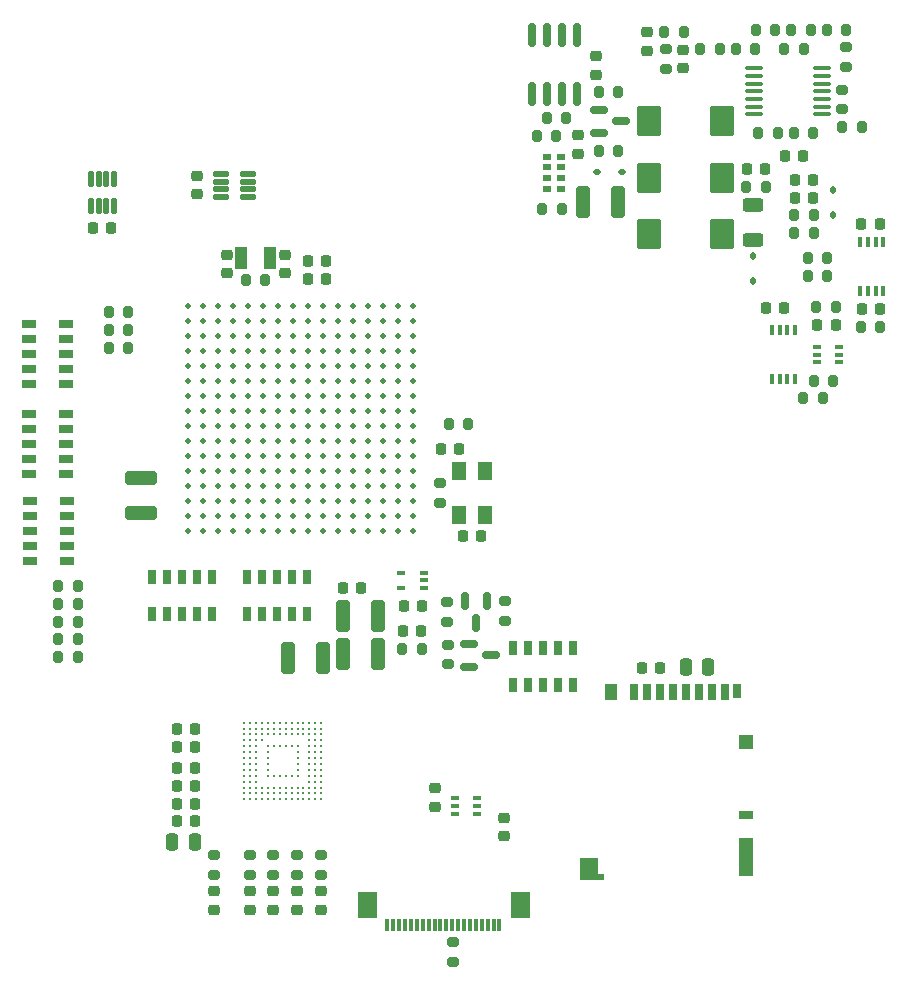
<source format=gtp>
G04 #@! TF.GenerationSoftware,KiCad,Pcbnew,7.0.10*
G04 #@! TF.CreationDate,2024-03-15T14:45:30-06:00*
G04 #@! TF.ProjectId,oresat-c3,6f726573-6174-42d6-9333-2e6b69636164,rev?*
G04 #@! TF.SameCoordinates,Original*
G04 #@! TF.FileFunction,Paste,Top*
G04 #@! TF.FilePolarity,Positive*
%FSLAX46Y46*%
G04 Gerber Fmt 4.6, Leading zero omitted, Abs format (unit mm)*
G04 Created by KiCad (PCBNEW 7.0.10) date 2024-03-15 14:45:30*
%MOMM*%
%LPD*%
G01*
G04 APERTURE LIST*
G04 Aperture macros list*
%AMRoundRect*
0 Rectangle with rounded corners*
0 $1 Rounding radius*
0 $2 $3 $4 $5 $6 $7 $8 $9 X,Y pos of 4 corners*
0 Add a 4 corners polygon primitive as box body*
4,1,4,$2,$3,$4,$5,$6,$7,$8,$9,$2,$3,0*
0 Add four circle primitives for the rounded corners*
1,1,$1+$1,$2,$3*
1,1,$1+$1,$4,$5*
1,1,$1+$1,$6,$7*
1,1,$1+$1,$8,$9*
0 Add four rect primitives between the rounded corners*
20,1,$1+$1,$2,$3,$4,$5,0*
20,1,$1+$1,$4,$5,$6,$7,0*
20,1,$1+$1,$6,$7,$8,$9,0*
20,1,$1+$1,$8,$9,$2,$3,0*%
%AMRotRect*
0 Rectangle, with rotation*
0 The origin of the aperture is its center*
0 $1 length*
0 $2 width*
0 $3 Rotation angle, in degrees counterclockwise*
0 Add horizontal line*
21,1,$1,$2,0,0,$3*%
G04 Aperture macros list end*
%ADD10R,0.711200X1.270000*%
%ADD11RoundRect,0.218750X0.256250X-0.218750X0.256250X0.218750X-0.256250X0.218750X-0.256250X-0.218750X0*%
%ADD12RoundRect,0.200000X0.275000X-0.200000X0.275000X0.200000X-0.275000X0.200000X-0.275000X-0.200000X0*%
%ADD13RoundRect,0.225000X0.225000X0.250000X-0.225000X0.250000X-0.225000X-0.250000X0.225000X-0.250000X0*%
%ADD14R,0.420000X0.900000*%
%ADD15RoundRect,0.250000X-0.325000X-1.100000X0.325000X-1.100000X0.325000X1.100000X-0.325000X1.100000X0*%
%ADD16RoundRect,0.200000X-0.200000X-0.275000X0.200000X-0.275000X0.200000X0.275000X-0.200000X0.275000X0*%
%ADD17RoundRect,0.200000X0.200000X0.275000X-0.200000X0.275000X-0.200000X-0.275000X0.200000X-0.275000X0*%
%ADD18RoundRect,0.250000X0.250000X0.475000X-0.250000X0.475000X-0.250000X-0.475000X0.250000X-0.475000X0*%
%ADD19RoundRect,0.125000X0.125000X-0.537500X0.125000X0.537500X-0.125000X0.537500X-0.125000X-0.537500X0*%
%ADD20RoundRect,0.200000X-0.275000X0.200000X-0.275000X-0.200000X0.275000X-0.200000X0.275000X0.200000X0*%
%ADD21RoundRect,0.225000X-0.225000X-0.250000X0.225000X-0.250000X0.225000X0.250000X-0.225000X0.250000X0*%
%ADD22RoundRect,0.150000X-0.150000X0.587500X-0.150000X-0.587500X0.150000X-0.587500X0.150000X0.587500X0*%
%ADD23RoundRect,0.140000X0.000000X0.000000X0.000000X0.000000X0.000000X0.000000X0.000000X0.000000X0*%
%ADD24R,0.800000X0.500000*%
%ADD25R,1.270000X0.711200*%
%ADD26RoundRect,0.225000X0.250000X-0.225000X0.250000X0.225000X-0.250000X0.225000X-0.250000X-0.225000X0*%
%ADD27RoundRect,0.112500X-0.112500X0.187500X-0.112500X-0.187500X0.112500X-0.187500X0.112500X0.187500X0*%
%ADD28RoundRect,0.250000X0.787500X1.025000X-0.787500X1.025000X-0.787500X-1.025000X0.787500X-1.025000X0*%
%ADD29RoundRect,0.112500X-0.187500X-0.112500X0.187500X-0.112500X0.187500X0.112500X-0.187500X0.112500X0*%
%ADD30RoundRect,0.100000X-0.637500X-0.100000X0.637500X-0.100000X0.637500X0.100000X-0.637500X0.100000X0*%
%ADD31RoundRect,0.218750X-0.256250X0.218750X-0.256250X-0.218750X0.256250X-0.218750X0.256250X0.218750X0*%
%ADD32RoundRect,0.218750X-0.218750X-0.256250X0.218750X-0.256250X0.218750X0.256250X-0.218750X0.256250X0*%
%ADD33R,0.300000X1.100000*%
%ADD34RoundRect,0.125000X-0.537500X-0.125000X0.537500X-0.125000X0.537500X0.125000X-0.537500X0.125000X0*%
%ADD35RoundRect,0.250000X-1.100000X0.325000X-1.100000X-0.325000X1.100000X-0.325000X1.100000X0.325000X0*%
%ADD36R,1.250000X1.600000*%
%ADD37R,0.650000X0.400000*%
%ADD38RoundRect,0.150000X-0.587500X-0.150000X0.587500X-0.150000X0.587500X0.150000X-0.587500X0.150000X0*%
%ADD39R,0.700000X1.400000*%
%ADD40R,0.700000X1.200000*%
%ADD41R,0.500000X0.500000*%
%ADD42R,1.500000X1.900000*%
%ADD43RotRect,0.210000X0.210000X45.000000*%
%ADD44R,1.000000X1.400000*%
%ADD45R,1.200000X1.200000*%
%ADD46R,1.200000X3.200000*%
%ADD47R,1.200000X0.800000*%
%ADD48RoundRect,0.225000X-0.250000X0.225000X-0.250000X-0.225000X0.250000X-0.225000X0.250000X0.225000X0*%
%ADD49RoundRect,0.250000X0.325000X1.100000X-0.325000X1.100000X-0.325000X-1.100000X0.325000X-1.100000X0*%
%ADD50RoundRect,0.150000X-0.150000X0.825000X-0.150000X-0.825000X0.150000X-0.825000X0.150000X0.825000X0*%
%ADD51RoundRect,0.250000X0.625000X-0.312500X0.625000X0.312500X-0.625000X0.312500X-0.625000X-0.312500X0*%
%ADD52RoundRect,0.250000X0.000000X0.000000X0.000000X0.000000X0.000000X0.000000X0.000000X0.000000X0*%
%ADD53R,1.100000X1.900000*%
%ADD54RoundRect,0.250000X-0.250000X-0.475000X0.250000X-0.475000X0.250000X0.475000X-0.250000X0.475000X0*%
G04 APERTURE END LIST*
G36*
X105400000Y-136968000D02*
G01*
X103800000Y-136968000D01*
X103800000Y-134768000D01*
X105400000Y-134768000D01*
X105400000Y-136968000D01*
G37*
G36*
X118300000Y-136968000D02*
G01*
X116700000Y-136968000D01*
X116700000Y-134768000D01*
X118300000Y-134768000D01*
X118300000Y-136968000D01*
G37*
D10*
X94360000Y-111274800D03*
X95630000Y-111274800D03*
X96900000Y-111274800D03*
X98170000Y-111274800D03*
X99440000Y-111274800D03*
X99440000Y-108125200D03*
X98170000Y-108125200D03*
X96900000Y-108125200D03*
X95630000Y-108125200D03*
X94360000Y-108125200D03*
D11*
X100600000Y-136300000D03*
X100600000Y-134725000D03*
D12*
X110750000Y-101825000D03*
X110750000Y-100175000D03*
D13*
X89975000Y-128800000D03*
X88425000Y-128800000D03*
D14*
X148245000Y-79790200D03*
X147595000Y-79790200D03*
X146945000Y-79790200D03*
X146295000Y-79790200D03*
X146295000Y-83890200D03*
X146945000Y-83890200D03*
X147595000Y-83890200D03*
X148245000Y-83890200D03*
D15*
X122862500Y-76350000D03*
X125812500Y-76350000D03*
D16*
X119362500Y-76950000D03*
X121012500Y-76950000D03*
D17*
X95925000Y-83000000D03*
X94275000Y-83000000D03*
X142087500Y-61800000D03*
X140437500Y-61800000D03*
D18*
X89950000Y-130550000D03*
X88050000Y-130550000D03*
D16*
X82675000Y-88700000D03*
X84325000Y-88700000D03*
D19*
X81175000Y-76687500D03*
X81825000Y-76687500D03*
X82475000Y-76687500D03*
X83125000Y-76687500D03*
X83125000Y-74412500D03*
X82475000Y-74412500D03*
X81825000Y-74412500D03*
X81175000Y-74412500D03*
D20*
X116200000Y-110175000D03*
X116200000Y-111825000D03*
D21*
X110775000Y-97300000D03*
X112325000Y-97300000D03*
D10*
X121940000Y-114125200D03*
X120670000Y-114125200D03*
X119400000Y-114125200D03*
X118130000Y-114125200D03*
X116860000Y-114125200D03*
X116860000Y-117274800D03*
X118130000Y-117274800D03*
X119400000Y-117274800D03*
X120670000Y-117274800D03*
X121940000Y-117274800D03*
D22*
X114712500Y-110143750D03*
X112812500Y-110143750D03*
X113762500Y-112018750D03*
D16*
X141862500Y-82600000D03*
X143512500Y-82600000D03*
D23*
X94150000Y-120450000D03*
X94650000Y-120450000D03*
X95150000Y-120450000D03*
X95650000Y-120450000D03*
X96150000Y-120450000D03*
X96650000Y-120450000D03*
X97150000Y-120450000D03*
X97650000Y-120450000D03*
X98150000Y-120450000D03*
X98650000Y-120450000D03*
X99150000Y-120450000D03*
X99650000Y-120450000D03*
X100150000Y-120450000D03*
X100650000Y-120450000D03*
X94150000Y-120950000D03*
X94650000Y-120950000D03*
X95150000Y-120950000D03*
X95650000Y-120950000D03*
X96150000Y-120950000D03*
X96650000Y-120950000D03*
X97150000Y-120950000D03*
X97650000Y-120950000D03*
X98150000Y-120950000D03*
X98650000Y-120950000D03*
X99150000Y-120950000D03*
X99650000Y-120950000D03*
X100150000Y-120950000D03*
X100650000Y-120950000D03*
X94150000Y-121450000D03*
X94650000Y-121450000D03*
X95150000Y-121450000D03*
X95650000Y-121450000D03*
X96150000Y-121450000D03*
X96650000Y-121450000D03*
X97150000Y-121450000D03*
X97650000Y-121450000D03*
X98150000Y-121450000D03*
X98650000Y-121450000D03*
X99150000Y-121450000D03*
X99650000Y-121450000D03*
X100150000Y-121450000D03*
X100650000Y-121450000D03*
X94150000Y-121950000D03*
X94650000Y-121950000D03*
X95150000Y-121950000D03*
X95650000Y-121950000D03*
X99650000Y-121950000D03*
X100150000Y-121950000D03*
X100650000Y-121950000D03*
X94150000Y-122450000D03*
X94650000Y-122450000D03*
X95150000Y-122450000D03*
X96150000Y-122450000D03*
X96650000Y-122450000D03*
X97150000Y-122450000D03*
X97650000Y-122450000D03*
X98150000Y-122450000D03*
X98650000Y-122450000D03*
X99650000Y-122450000D03*
X100150000Y-122450000D03*
X100650000Y-122450000D03*
X94150000Y-122950000D03*
X94650000Y-122950000D03*
X95150000Y-122950000D03*
X96150000Y-122950000D03*
X98650000Y-122950000D03*
X99650000Y-122950000D03*
X100150000Y-122950000D03*
X100650000Y-122950000D03*
X94150000Y-123450000D03*
X94650000Y-123450000D03*
X95150000Y-123450000D03*
X96150000Y-123450000D03*
X98650000Y-123450000D03*
X99650000Y-123450000D03*
X100150000Y-123450000D03*
X100650000Y-123450000D03*
X94150000Y-123950000D03*
X94650000Y-123950000D03*
X95150000Y-123950000D03*
X96150000Y-123950000D03*
X98650000Y-123950000D03*
X99650000Y-123950000D03*
X100150000Y-123950000D03*
X100650000Y-123950000D03*
X94150000Y-124450000D03*
X94650000Y-124450000D03*
X95150000Y-124450000D03*
X96150000Y-124450000D03*
X98650000Y-124450000D03*
X99650000Y-124450000D03*
X100150000Y-124450000D03*
X100650000Y-124450000D03*
X94150000Y-124950000D03*
X94650000Y-124950000D03*
X95150000Y-124950000D03*
X96150000Y-124950000D03*
X96650000Y-124950000D03*
X97150000Y-124950000D03*
X97650000Y-124950000D03*
X98150000Y-124950000D03*
X98650000Y-124950000D03*
X99650000Y-124950000D03*
X100150000Y-124950000D03*
X100650000Y-124950000D03*
X94150000Y-125450000D03*
X94650000Y-125450000D03*
X95150000Y-125450000D03*
X99650000Y-125450000D03*
X100150000Y-125450000D03*
X100650000Y-125450000D03*
X94150000Y-125950000D03*
X94650000Y-125950000D03*
X95150000Y-125950000D03*
X95650000Y-125950000D03*
X96150000Y-125950000D03*
X96650000Y-125950000D03*
X97150000Y-125950000D03*
X97650000Y-125950000D03*
X98150000Y-125950000D03*
X98650000Y-125950000D03*
X99150000Y-125950000D03*
X99650000Y-125950000D03*
X100150000Y-125950000D03*
X100650000Y-125950000D03*
X94150000Y-126450000D03*
X94650000Y-126450000D03*
X95150000Y-126450000D03*
X95650000Y-126450000D03*
X96150000Y-126450000D03*
X96650000Y-126450000D03*
X97150000Y-126450000D03*
X97650000Y-126450000D03*
X98150000Y-126450000D03*
X98650000Y-126450000D03*
X99150000Y-126450000D03*
X99650000Y-126450000D03*
X100150000Y-126450000D03*
X100650000Y-126450000D03*
X94150000Y-126950000D03*
X94650000Y-126950000D03*
X95150000Y-126950000D03*
X95650000Y-126950000D03*
X96150000Y-126950000D03*
X96650000Y-126950000D03*
X97150000Y-126950000D03*
X97650000Y-126950000D03*
X98150000Y-126950000D03*
X98650000Y-126950000D03*
X99150000Y-126950000D03*
X99650000Y-126950000D03*
X100150000Y-126950000D03*
X100650000Y-126950000D03*
D24*
X119762500Y-72550000D03*
X119762500Y-73450000D03*
X119762500Y-74350000D03*
X119762500Y-75250000D03*
X120962500Y-75250000D03*
X120962500Y-74350000D03*
X120962500Y-73450000D03*
X120962500Y-72550000D03*
D16*
X144762500Y-69987500D03*
X146412500Y-69987500D03*
D13*
X89975000Y-127300000D03*
X88425000Y-127300000D03*
D17*
X139087500Y-61800000D03*
X137437500Y-61800000D03*
D21*
X99525000Y-81400000D03*
X101075000Y-81400000D03*
D13*
X89975000Y-121000000D03*
X88425000Y-121000000D03*
D25*
X75935200Y-86670000D03*
X75935200Y-87940000D03*
X75935200Y-89210000D03*
X75935200Y-90480000D03*
X75935200Y-91750000D03*
X79084800Y-91750000D03*
X79084800Y-90480000D03*
X79084800Y-89210000D03*
X79084800Y-87940000D03*
X79084800Y-86670000D03*
D11*
X98600000Y-136300000D03*
X98600000Y-134725000D03*
D26*
X123892500Y-65600000D03*
X123892500Y-64050000D03*
D21*
X107550000Y-112700000D03*
X109100000Y-112700000D03*
D11*
X116100000Y-130087500D03*
X116100000Y-128512500D03*
D16*
X78375000Y-113400000D03*
X80025000Y-113400000D03*
D21*
X102475000Y-109025000D03*
X104025000Y-109025000D03*
D27*
X144000000Y-75350000D03*
X144000000Y-77450000D03*
D28*
X134600000Y-69500000D03*
X128375000Y-69500000D03*
D12*
X129825000Y-65100000D03*
X129825000Y-63450000D03*
D10*
X86360000Y-111274800D03*
X87630000Y-111274800D03*
X88900000Y-111274800D03*
X90170000Y-111274800D03*
X91440000Y-111274800D03*
X91440000Y-108125200D03*
X90170000Y-108125200D03*
X88900000Y-108125200D03*
X87630000Y-108125200D03*
X86360000Y-108125200D03*
D29*
X123987500Y-73800000D03*
X126087500Y-73800000D03*
D16*
X78375000Y-114900000D03*
X80025000Y-114900000D03*
D17*
X142350000Y-77500000D03*
X140700000Y-77500000D03*
D15*
X102525000Y-111400000D03*
X105475000Y-111400000D03*
D12*
X145062500Y-64912500D03*
X145062500Y-63262500D03*
D27*
X137187500Y-80950000D03*
X137187500Y-83050000D03*
D17*
X139312500Y-70512500D03*
X137662500Y-70512500D03*
D28*
X134600000Y-79100000D03*
X128375000Y-79100000D03*
X134600000Y-74300000D03*
X128375000Y-74300000D03*
D13*
X89975000Y-122500000D03*
X88425000Y-122500000D03*
D30*
X137300000Y-65062500D03*
X137300000Y-65712500D03*
X137300000Y-66362500D03*
X137300000Y-67012500D03*
X137300000Y-67662500D03*
X137300000Y-68312500D03*
X137300000Y-68962500D03*
X143025000Y-68962500D03*
X143025000Y-68312500D03*
X143025000Y-67662500D03*
X143025000Y-67012500D03*
X143025000Y-66362500D03*
X143025000Y-65712500D03*
X143025000Y-65062500D03*
D16*
X141462500Y-93000000D03*
X143112500Y-93000000D03*
D20*
X100600000Y-131662500D03*
X100600000Y-133312500D03*
D31*
X128225000Y-61975000D03*
X128225000Y-63550000D03*
D26*
X97600000Y-82375000D03*
X97600000Y-80825000D03*
D17*
X137387500Y-63387500D03*
X135737500Y-63387500D03*
D13*
X147950000Y-78200000D03*
X146400000Y-78200000D03*
D21*
X112625000Y-104650000D03*
X114175000Y-104650000D03*
D16*
X146340000Y-86920000D03*
X147990000Y-86920000D03*
D20*
X111820000Y-139043000D03*
X111820000Y-140693000D03*
D26*
X122437500Y-72275000D03*
X122437500Y-70725000D03*
D32*
X142627500Y-86780000D03*
X144202500Y-86780000D03*
D33*
X106250000Y-137568000D03*
X106750000Y-137568000D03*
X107250000Y-137568000D03*
X107750000Y-137568000D03*
X108250000Y-137568000D03*
X108750000Y-137568000D03*
X109250000Y-137568000D03*
X109750000Y-137568000D03*
X110250000Y-137568000D03*
X110750000Y-137568000D03*
X111250000Y-137568000D03*
X111750000Y-137568000D03*
X112250000Y-137568000D03*
X112750000Y-137568000D03*
X113250000Y-137568000D03*
X113750000Y-137568000D03*
X114250000Y-137568000D03*
X114750000Y-137568000D03*
X115250000Y-137568000D03*
X115750000Y-137568000D03*
D17*
X141512500Y-63387500D03*
X139862500Y-63387500D03*
X84325000Y-85700000D03*
X82675000Y-85700000D03*
D21*
X107625000Y-110600000D03*
X109175000Y-110600000D03*
D34*
X92175000Y-74000000D03*
X92175000Y-74650000D03*
X92175000Y-75300000D03*
X92175000Y-75950000D03*
X94450000Y-75950000D03*
X94450000Y-75300000D03*
X94450000Y-74650000D03*
X94450000Y-74000000D03*
D14*
X140762500Y-87250000D03*
X140112500Y-87250000D03*
X139462500Y-87250000D03*
X138812500Y-87250000D03*
X138812500Y-91350000D03*
X139462500Y-91350000D03*
X140112500Y-91350000D03*
X140762500Y-91350000D03*
D35*
X85400000Y-99725000D03*
X85400000Y-102675000D03*
D21*
X99525000Y-82900000D03*
X101075000Y-82900000D03*
D16*
X136662500Y-75062500D03*
X138312500Y-75062500D03*
D25*
X75925200Y-94310000D03*
X75925200Y-95580000D03*
X75925200Y-96850000D03*
X75925200Y-98120000D03*
X75925200Y-99390000D03*
X79074800Y-99390000D03*
X79074800Y-98120000D03*
X79074800Y-96850000D03*
X79074800Y-95580000D03*
X79074800Y-94310000D03*
D13*
X82850000Y-78550000D03*
X81300000Y-78550000D03*
D36*
X114500000Y-102850000D03*
X114500000Y-99150000D03*
X112300000Y-99150000D03*
X112300000Y-102850000D03*
D37*
X113850000Y-128150000D03*
X113850000Y-127500000D03*
X113850000Y-126850000D03*
X111950000Y-126850000D03*
X111950000Y-127500000D03*
X111950000Y-128150000D03*
D26*
X90117500Y-75730000D03*
X90117500Y-74180000D03*
D16*
X124162500Y-72050000D03*
X125812500Y-72050000D03*
D11*
X96600000Y-136300000D03*
X96600000Y-134725000D03*
D13*
X139840000Y-85340000D03*
X138290000Y-85340000D03*
D16*
X107500000Y-114200000D03*
X109150000Y-114200000D03*
X140662500Y-70512500D03*
X142312500Y-70512500D03*
D21*
X139887500Y-72487500D03*
X141437500Y-72487500D03*
D20*
X91550000Y-131675000D03*
X91550000Y-133325000D03*
D38*
X113162500Y-113800000D03*
X113162500Y-115700000D03*
X115037500Y-114750000D03*
D16*
X78375000Y-110400000D03*
X80025000Y-110400000D03*
X132737500Y-63400000D03*
X134387500Y-63400000D03*
D17*
X121412500Y-69250000D03*
X119762500Y-69250000D03*
D20*
X94600000Y-131662500D03*
X94600000Y-133312500D03*
D17*
X144240000Y-85280000D03*
X142590000Y-85280000D03*
D25*
X79149600Y-106750000D03*
X79149600Y-105480000D03*
X79149600Y-104210000D03*
X79149600Y-102940000D03*
X79149600Y-101670000D03*
X76000000Y-101670000D03*
X76000000Y-102940000D03*
X76000000Y-104210000D03*
X76000000Y-105480000D03*
X76000000Y-106750000D03*
D39*
X127125000Y-117863500D03*
X128225000Y-117863500D03*
X129325000Y-117863500D03*
X130425000Y-117863500D03*
X131525000Y-117863500D03*
X132625000Y-117863500D03*
X133725000Y-117863500D03*
X134825000Y-117863500D03*
D40*
X135875000Y-117763500D03*
D41*
X124325000Y-133563500D03*
D42*
X123325000Y-132863500D03*
D43*
X124075000Y-133313500D03*
D44*
X125225000Y-117863500D03*
D45*
X136625000Y-122063500D03*
D46*
X136625000Y-131863500D03*
D47*
X136625000Y-128263500D03*
D26*
X131325000Y-65037500D03*
X131325000Y-63487500D03*
D15*
X102525000Y-114600000D03*
X105475000Y-114600000D03*
D48*
X110300000Y-126025000D03*
X110300000Y-127575000D03*
D12*
X111400000Y-115525000D03*
X111400000Y-113875000D03*
D13*
X129375000Y-115800000D03*
X127825000Y-115800000D03*
D17*
X131350000Y-61962500D03*
X129700000Y-61962500D03*
D16*
X141862500Y-81100000D03*
X143512500Y-81100000D03*
D13*
X142300000Y-76000000D03*
X140750000Y-76000000D03*
D49*
X100775000Y-115000000D03*
X97825000Y-115000000D03*
D16*
X78375000Y-111900000D03*
X80025000Y-111900000D03*
D21*
X136712500Y-73587500D03*
X138262500Y-73587500D03*
D50*
X122297500Y-62250000D03*
X121027500Y-62250000D03*
X119757500Y-62250000D03*
X118487500Y-62250000D03*
X118487500Y-67200000D03*
X119757500Y-67200000D03*
X121027500Y-67200000D03*
X122297500Y-67200000D03*
D13*
X142300000Y-74500000D03*
X140750000Y-74500000D03*
D17*
X113125000Y-95200000D03*
X111475000Y-95200000D03*
D20*
X98600000Y-131662500D03*
X98600000Y-133312500D03*
D17*
X120562500Y-70750000D03*
X118912500Y-70750000D03*
D16*
X78375000Y-108910000D03*
X80025000Y-108910000D03*
D20*
X96600000Y-131662500D03*
X96600000Y-133312500D03*
D37*
X142600000Y-88650000D03*
X142600000Y-89300000D03*
X142600000Y-89950000D03*
X144500000Y-89950000D03*
X144500000Y-89300000D03*
X144500000Y-88650000D03*
D51*
X137187500Y-79562500D03*
X137187500Y-76637500D03*
D17*
X142350000Y-79000000D03*
X140700000Y-79000000D03*
D11*
X91550000Y-136300000D03*
X91550000Y-134725000D03*
D16*
X124175000Y-67100000D03*
X125825000Y-67100000D03*
X82675000Y-87200000D03*
X84325000Y-87200000D03*
D52*
X89375000Y-85175000D03*
X90645000Y-85175000D03*
X91915000Y-85175000D03*
X93185000Y-85175000D03*
X94455000Y-85175000D03*
X95725000Y-85175000D03*
X96995000Y-85175000D03*
X98265000Y-85175000D03*
X99535000Y-85175000D03*
X100805000Y-85175000D03*
X102075000Y-85175000D03*
X103345000Y-85175000D03*
X104615000Y-85175000D03*
X105885000Y-85175000D03*
X107155000Y-85175000D03*
X108425000Y-85175000D03*
X89375000Y-86445000D03*
X90645000Y-86445000D03*
X91915000Y-86445000D03*
X93185000Y-86445000D03*
X94455000Y-86445000D03*
X95725000Y-86445000D03*
X96995000Y-86445000D03*
X98265000Y-86445000D03*
X99535000Y-86445000D03*
X100805000Y-86445000D03*
X102075000Y-86445000D03*
X103345000Y-86445000D03*
X104615000Y-86445000D03*
X105885000Y-86445000D03*
X107155000Y-86445000D03*
X108425000Y-86445000D03*
X89375000Y-87715000D03*
X90645000Y-87715000D03*
X91915000Y-87715000D03*
X93185000Y-87715000D03*
X94455000Y-87715000D03*
X95725000Y-87715000D03*
X96995000Y-87715000D03*
X98265000Y-87715000D03*
X99535000Y-87715000D03*
X100805000Y-87715000D03*
X102075000Y-87715000D03*
X103345000Y-87715000D03*
X104615000Y-87715000D03*
X105885000Y-87715000D03*
X107155000Y-87715000D03*
X108425000Y-87715000D03*
X89375000Y-88985000D03*
X90645000Y-88985000D03*
X91915000Y-88985000D03*
X93185000Y-88985000D03*
X94455000Y-88985000D03*
X95725000Y-88985000D03*
X96995000Y-88985000D03*
X98265000Y-88985000D03*
X99535000Y-88985000D03*
X100805000Y-88985000D03*
X102075000Y-88985000D03*
X103345000Y-88985000D03*
X104615000Y-88985000D03*
X105885000Y-88985000D03*
X107155000Y-88985000D03*
X108425000Y-88985000D03*
X89375000Y-90255000D03*
X90645000Y-90255000D03*
X91915000Y-90255000D03*
X93185000Y-90255000D03*
X94455000Y-90255000D03*
X95725000Y-90255000D03*
X96995000Y-90255000D03*
X98265000Y-90255000D03*
X99535000Y-90255000D03*
X100805000Y-90255000D03*
X102075000Y-90255000D03*
X103345000Y-90255000D03*
X104615000Y-90255000D03*
X105885000Y-90255000D03*
X107155000Y-90255000D03*
X108425000Y-90255000D03*
X89375000Y-91525000D03*
X90645000Y-91525000D03*
X91915000Y-91525000D03*
X93185000Y-91525000D03*
X94455000Y-91525000D03*
X95725000Y-91525000D03*
X96995000Y-91525000D03*
X98265000Y-91525000D03*
X99535000Y-91525000D03*
X100805000Y-91525000D03*
X102075000Y-91525000D03*
X103345000Y-91525000D03*
X104615000Y-91525000D03*
X105885000Y-91525000D03*
X107155000Y-91525000D03*
X108425000Y-91525000D03*
X89375000Y-92795000D03*
X90645000Y-92795000D03*
X91915000Y-92795000D03*
X93185000Y-92795000D03*
X94455000Y-92795000D03*
X95725000Y-92795000D03*
X96995000Y-92795000D03*
X98265000Y-92795000D03*
X99535000Y-92795000D03*
X100805000Y-92795000D03*
X102075000Y-92795000D03*
X103345000Y-92795000D03*
X104615000Y-92795000D03*
X105885000Y-92795000D03*
X107155000Y-92795000D03*
X108425000Y-92795000D03*
X89375000Y-94065000D03*
X90645000Y-94065000D03*
X91915000Y-94065000D03*
X93185000Y-94065000D03*
X94455000Y-94065000D03*
X95725000Y-94065000D03*
X96995000Y-94065000D03*
X98265000Y-94065000D03*
X99535000Y-94065000D03*
X100805000Y-94065000D03*
X102075000Y-94065000D03*
X103345000Y-94065000D03*
X104615000Y-94065000D03*
X105885000Y-94065000D03*
X107155000Y-94065000D03*
X108425000Y-94065000D03*
X89375000Y-95335000D03*
X90645000Y-95335000D03*
X91915000Y-95335000D03*
X93185000Y-95335000D03*
X94455000Y-95335000D03*
X95725000Y-95335000D03*
X96995000Y-95335000D03*
X98265000Y-95335000D03*
X99535000Y-95335000D03*
X100805000Y-95335000D03*
X102075000Y-95335000D03*
X103345000Y-95335000D03*
X104615000Y-95335000D03*
X105885000Y-95335000D03*
X107155000Y-95335000D03*
X108425000Y-95335000D03*
X89375000Y-96605000D03*
X90645000Y-96605000D03*
X91915000Y-96605000D03*
X93185000Y-96605000D03*
X94455000Y-96605000D03*
X95725000Y-96605000D03*
X96995000Y-96605000D03*
X98265000Y-96605000D03*
X99535000Y-96605000D03*
X100805000Y-96605000D03*
X102075000Y-96605000D03*
X103345000Y-96605000D03*
X104615000Y-96605000D03*
X105885000Y-96605000D03*
X107155000Y-96605000D03*
X108425000Y-96605000D03*
X89375000Y-97875000D03*
X90645000Y-97875000D03*
X91915000Y-97875000D03*
X93185000Y-97875000D03*
X94455000Y-97875000D03*
X95725000Y-97875000D03*
X96995000Y-97875000D03*
X98265000Y-97875000D03*
X99535000Y-97875000D03*
X100805000Y-97875000D03*
X102075000Y-97875000D03*
X103345000Y-97875000D03*
X104615000Y-97875000D03*
X105885000Y-97875000D03*
X107155000Y-97875000D03*
X108425000Y-97875000D03*
X89375000Y-99145000D03*
X90645000Y-99145000D03*
X91915000Y-99145000D03*
X93185000Y-99145000D03*
X94455000Y-99145000D03*
X95725000Y-99145000D03*
X96995000Y-99145000D03*
X98265000Y-99145000D03*
X99535000Y-99145000D03*
X100805000Y-99145000D03*
X102075000Y-99145000D03*
X103345000Y-99145000D03*
X104615000Y-99145000D03*
X105885000Y-99145000D03*
X107155000Y-99145000D03*
X108425000Y-99145000D03*
X89375000Y-100415000D03*
X90645000Y-100415000D03*
X91915000Y-100415000D03*
X93185000Y-100415000D03*
X94455000Y-100415000D03*
X95725000Y-100415000D03*
X96995000Y-100415000D03*
X98265000Y-100415000D03*
X99535000Y-100415000D03*
X100805000Y-100415000D03*
X102075000Y-100415000D03*
X103345000Y-100415000D03*
X104615000Y-100415000D03*
X105885000Y-100415000D03*
X107155000Y-100415000D03*
X108425000Y-100415000D03*
X89375000Y-101685000D03*
X90645000Y-101685000D03*
X91915000Y-101685000D03*
X93185000Y-101685000D03*
X94455000Y-101685000D03*
X95725000Y-101685000D03*
X96995000Y-101685000D03*
X98265000Y-101685000D03*
X99535000Y-101685000D03*
X100805000Y-101685000D03*
X102075000Y-101685000D03*
X103345000Y-101685000D03*
X104615000Y-101685000D03*
X105885000Y-101685000D03*
X107155000Y-101685000D03*
X108425000Y-101685000D03*
X89375000Y-102955000D03*
X90645000Y-102955000D03*
X91915000Y-102955000D03*
X93185000Y-102955000D03*
X94455000Y-102955000D03*
X95725000Y-102955000D03*
X96995000Y-102955000D03*
X98265000Y-102955000D03*
X99535000Y-102955000D03*
X100805000Y-102955000D03*
X102075000Y-102955000D03*
X103345000Y-102955000D03*
X104615000Y-102955000D03*
X105885000Y-102955000D03*
X107155000Y-102955000D03*
X108425000Y-102955000D03*
X89375000Y-104225000D03*
X90645000Y-104225000D03*
X91915000Y-104225000D03*
X93185000Y-104225000D03*
X94455000Y-104225000D03*
X95725000Y-104225000D03*
X96995000Y-104225000D03*
X98265000Y-104225000D03*
X99535000Y-104225000D03*
X100805000Y-104225000D03*
X102075000Y-104225000D03*
X103345000Y-104225000D03*
X104615000Y-104225000D03*
X105885000Y-104225000D03*
X107155000Y-104225000D03*
X108425000Y-104225000D03*
D13*
X89975000Y-124300000D03*
X88425000Y-124300000D03*
D12*
X144762500Y-68512500D03*
X144762500Y-66862500D03*
D13*
X147960000Y-85400000D03*
X146410000Y-85400000D03*
D16*
X142362500Y-91500000D03*
X144012500Y-91500000D03*
D13*
X89975000Y-125800000D03*
X88425000Y-125800000D03*
D37*
X109350000Y-109050000D03*
X109350000Y-108400000D03*
X109350000Y-107750000D03*
X107450000Y-107750000D03*
X107450000Y-109050000D03*
D53*
X93850000Y-81100000D03*
X96350000Y-81100000D03*
D38*
X124162500Y-68600000D03*
X124162500Y-70500000D03*
X126037500Y-69550000D03*
D11*
X94600000Y-136300000D03*
X94600000Y-134725000D03*
D54*
X131500000Y-115700000D03*
X133400000Y-115700000D03*
D17*
X145087500Y-61800000D03*
X143437500Y-61800000D03*
D12*
X111300000Y-111925000D03*
X111300000Y-110275000D03*
D26*
X92650000Y-82375000D03*
X92650000Y-80825000D03*
M02*

</source>
